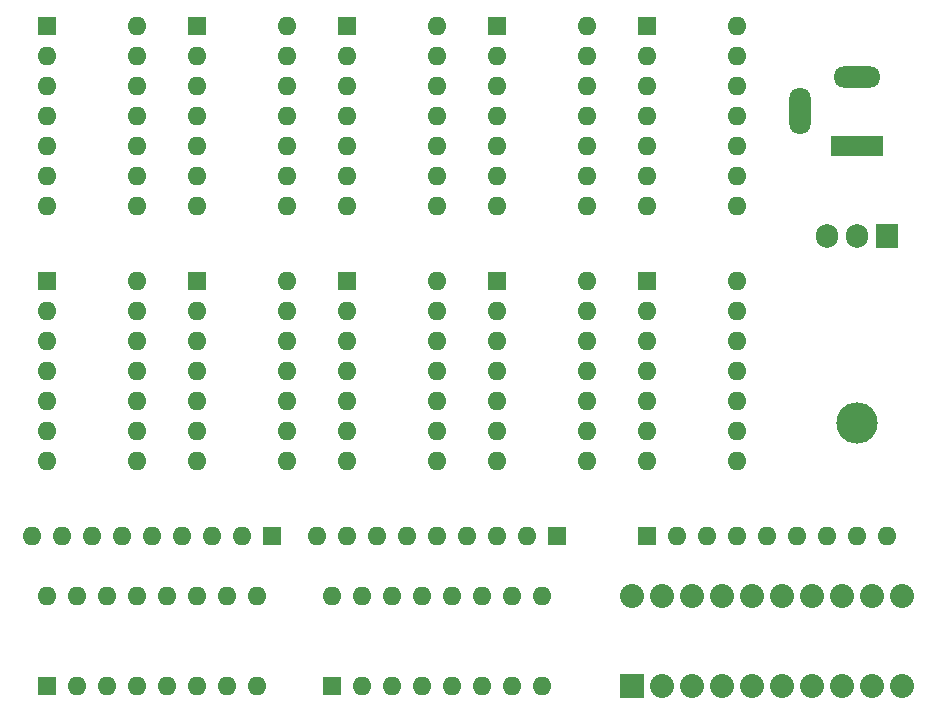
<source format=gbr>
%TF.GenerationSoftware,KiCad,Pcbnew,7.0.7*%
%TF.CreationDate,2023-10-12T01:51:54+03:00*%
%TF.ProjectId,main,6d61696e-2e6b-4696-9361-645f70636258,rev?*%
%TF.SameCoordinates,Original*%
%TF.FileFunction,Soldermask,Top*%
%TF.FilePolarity,Negative*%
%FSLAX46Y46*%
G04 Gerber Fmt 4.6, Leading zero omitted, Abs format (unit mm)*
G04 Created by KiCad (PCBNEW 7.0.7) date 2023-10-12 01:51:54*
%MOMM*%
%LPD*%
G01*
G04 APERTURE LIST*
%ADD10R,4.400000X1.800000*%
%ADD11O,4.000000X1.800000*%
%ADD12O,1.800000X4.000000*%
%ADD13R,1.600000X1.600000*%
%ADD14O,1.600000X1.600000*%
%ADD15O,3.500000X3.500000*%
%ADD16R,1.905000X2.000000*%
%ADD17O,1.905000X2.000000*%
%ADD18R,2.032000X2.032000*%
%ADD19C,2.032000*%
G04 APERTURE END LIST*
D10*
%TO.C,J1*%
X124460000Y-44450000D03*
D11*
X124460000Y-38650000D03*
D12*
X119660000Y-41450000D03*
%TD*%
D13*
%TO.C,OR2*%
X93980000Y-55875000D03*
D14*
X93980000Y-58415000D03*
X93980000Y-60955000D03*
X93980000Y-63495000D03*
X93980000Y-66035000D03*
X93980000Y-68575000D03*
X93980000Y-71115000D03*
X101600000Y-71115000D03*
X101600000Y-68575000D03*
X101600000Y-66035000D03*
X101600000Y-63495000D03*
X101600000Y-60955000D03*
X101600000Y-58415000D03*
X101600000Y-55875000D03*
%TD*%
D13*
%TO.C,AND3*%
X106680000Y-34295000D03*
D14*
X106680000Y-36835000D03*
X106680000Y-39375000D03*
X106680000Y-41915000D03*
X106680000Y-44455000D03*
X106680000Y-46995000D03*
X106680000Y-49535000D03*
X114300000Y-49535000D03*
X114300000Y-46995000D03*
X114300000Y-44455000D03*
X114300000Y-41915000D03*
X114300000Y-39375000D03*
X114300000Y-36835000D03*
X114300000Y-34295000D03*
%TD*%
D13*
%TO.C,XOR3*%
X81280000Y-55875000D03*
D14*
X81280000Y-58415000D03*
X81280000Y-60955000D03*
X81280000Y-63495000D03*
X81280000Y-66035000D03*
X81280000Y-68575000D03*
X81280000Y-71115000D03*
X88900000Y-71115000D03*
X88900000Y-68575000D03*
X88900000Y-66035000D03*
X88900000Y-63495000D03*
X88900000Y-60955000D03*
X88900000Y-58415000D03*
X88900000Y-55875000D03*
%TD*%
D15*
%TO.C,U1*%
X124460000Y-67870000D03*
D16*
X127000000Y-52070000D03*
D17*
X124460000Y-52070000D03*
X121920000Y-52070000D03*
%TD*%
D13*
%TO.C,SW2*%
X80010000Y-90170000D03*
D14*
X82550000Y-90170000D03*
X85090000Y-90170000D03*
X87630000Y-90170000D03*
X90170000Y-90170000D03*
X92710000Y-90170000D03*
X95250000Y-90170000D03*
X97790000Y-90170000D03*
X97790000Y-82550000D03*
X95250000Y-82550000D03*
X92710000Y-82550000D03*
X90170000Y-82550000D03*
X87630000Y-82550000D03*
X85090000Y-82550000D03*
X82550000Y-82550000D03*
X80010000Y-82550000D03*
%TD*%
D13*
%TO.C,RN2*%
X99060000Y-77470000D03*
D14*
X96520000Y-77470000D03*
X93980000Y-77470000D03*
X91440000Y-77470000D03*
X88900000Y-77470000D03*
X86360000Y-77470000D03*
X83820000Y-77470000D03*
X81280000Y-77470000D03*
X78740000Y-77470000D03*
%TD*%
D13*
%TO.C,OR1*%
X68580000Y-34290000D03*
D14*
X68580000Y-36830000D03*
X68580000Y-39370000D03*
X68580000Y-41910000D03*
X68580000Y-44450000D03*
X68580000Y-46990000D03*
X68580000Y-49530000D03*
X76200000Y-49530000D03*
X76200000Y-46990000D03*
X76200000Y-44450000D03*
X76200000Y-41910000D03*
X76200000Y-39370000D03*
X76200000Y-36830000D03*
X76200000Y-34290000D03*
%TD*%
D13*
%TO.C,SW1*%
X55880000Y-90170000D03*
D14*
X58420000Y-90170000D03*
X60960000Y-90170000D03*
X63500000Y-90170000D03*
X66040000Y-90170000D03*
X68580000Y-90170000D03*
X71120000Y-90170000D03*
X73660000Y-90170000D03*
X73660000Y-82550000D03*
X71120000Y-82550000D03*
X68580000Y-82550000D03*
X66040000Y-82550000D03*
X63500000Y-82550000D03*
X60960000Y-82550000D03*
X58420000Y-82550000D03*
X55880000Y-82550000D03*
%TD*%
D13*
%TO.C,RN1*%
X74930000Y-77470000D03*
D14*
X72390000Y-77470000D03*
X69850000Y-77470000D03*
X67310000Y-77470000D03*
X64770000Y-77470000D03*
X62230000Y-77470000D03*
X59690000Y-77470000D03*
X57150000Y-77470000D03*
X54610000Y-77470000D03*
%TD*%
D13*
%TO.C,XOR2*%
X55880000Y-55880000D03*
D14*
X55880000Y-58420000D03*
X55880000Y-60960000D03*
X55880000Y-63500000D03*
X55880000Y-66040000D03*
X55880000Y-68580000D03*
X55880000Y-71120000D03*
X63500000Y-71120000D03*
X63500000Y-68580000D03*
X63500000Y-66040000D03*
X63500000Y-63500000D03*
X63500000Y-60960000D03*
X63500000Y-58420000D03*
X63500000Y-55880000D03*
%TD*%
D18*
%TO.C,BAR1*%
X105410000Y-90170000D03*
D19*
X107950000Y-90170000D03*
X110490000Y-90170000D03*
X113030000Y-90170000D03*
X115570000Y-90170000D03*
X118110000Y-90170000D03*
X120650000Y-90170000D03*
X123190000Y-90170000D03*
X125730000Y-90170000D03*
X128270000Y-90170000D03*
X128270000Y-82550000D03*
X125730000Y-82550000D03*
X123190000Y-82550000D03*
X120650000Y-82550000D03*
X118110000Y-82550000D03*
X115570000Y-82550000D03*
X113030000Y-82550000D03*
X110490000Y-82550000D03*
X107950000Y-82550000D03*
X105410000Y-82550000D03*
%TD*%
D13*
%TO.C,XOR4*%
X93980000Y-34290000D03*
D14*
X93980000Y-36830000D03*
X93980000Y-39370000D03*
X93980000Y-41910000D03*
X93980000Y-44450000D03*
X93980000Y-46990000D03*
X93980000Y-49530000D03*
X101600000Y-49530000D03*
X101600000Y-46990000D03*
X101600000Y-44450000D03*
X101600000Y-41910000D03*
X101600000Y-39370000D03*
X101600000Y-36830000D03*
X101600000Y-34290000D03*
%TD*%
D13*
%TO.C,RN3*%
X106680000Y-77470000D03*
D14*
X109220000Y-77470000D03*
X111760000Y-77470000D03*
X114300000Y-77470000D03*
X116840000Y-77470000D03*
X119380000Y-77470000D03*
X121920000Y-77470000D03*
X124460000Y-77470000D03*
X127000000Y-77470000D03*
%TD*%
D13*
%TO.C,XOR1*%
X55880000Y-34290000D03*
D14*
X55880000Y-36830000D03*
X55880000Y-39370000D03*
X55880000Y-41910000D03*
X55880000Y-44450000D03*
X55880000Y-46990000D03*
X55880000Y-49530000D03*
X63500000Y-49530000D03*
X63500000Y-46990000D03*
X63500000Y-44450000D03*
X63500000Y-41910000D03*
X63500000Y-39370000D03*
X63500000Y-36830000D03*
X63500000Y-34290000D03*
%TD*%
D13*
%TO.C,AND1*%
X68580000Y-55875000D03*
D14*
X68580000Y-58415000D03*
X68580000Y-60955000D03*
X68580000Y-63495000D03*
X68580000Y-66035000D03*
X68580000Y-68575000D03*
X68580000Y-71115000D03*
X76200000Y-71115000D03*
X76200000Y-68575000D03*
X76200000Y-66035000D03*
X76200000Y-63495000D03*
X76200000Y-60955000D03*
X76200000Y-58415000D03*
X76200000Y-55875000D03*
%TD*%
D13*
%TO.C,AND4*%
X106680000Y-55880000D03*
D14*
X106680000Y-58420000D03*
X106680000Y-60960000D03*
X106680000Y-63500000D03*
X106680000Y-66040000D03*
X106680000Y-68580000D03*
X106680000Y-71120000D03*
X114300000Y-71120000D03*
X114300000Y-68580000D03*
X114300000Y-66040000D03*
X114300000Y-63500000D03*
X114300000Y-60960000D03*
X114300000Y-58420000D03*
X114300000Y-55880000D03*
%TD*%
D13*
%TO.C,AND2*%
X81280000Y-34290000D03*
D14*
X81280000Y-36830000D03*
X81280000Y-39370000D03*
X81280000Y-41910000D03*
X81280000Y-44450000D03*
X81280000Y-46990000D03*
X81280000Y-49530000D03*
X88900000Y-49530000D03*
X88900000Y-46990000D03*
X88900000Y-44450000D03*
X88900000Y-41910000D03*
X88900000Y-39370000D03*
X88900000Y-36830000D03*
X88900000Y-34290000D03*
%TD*%
M02*

</source>
